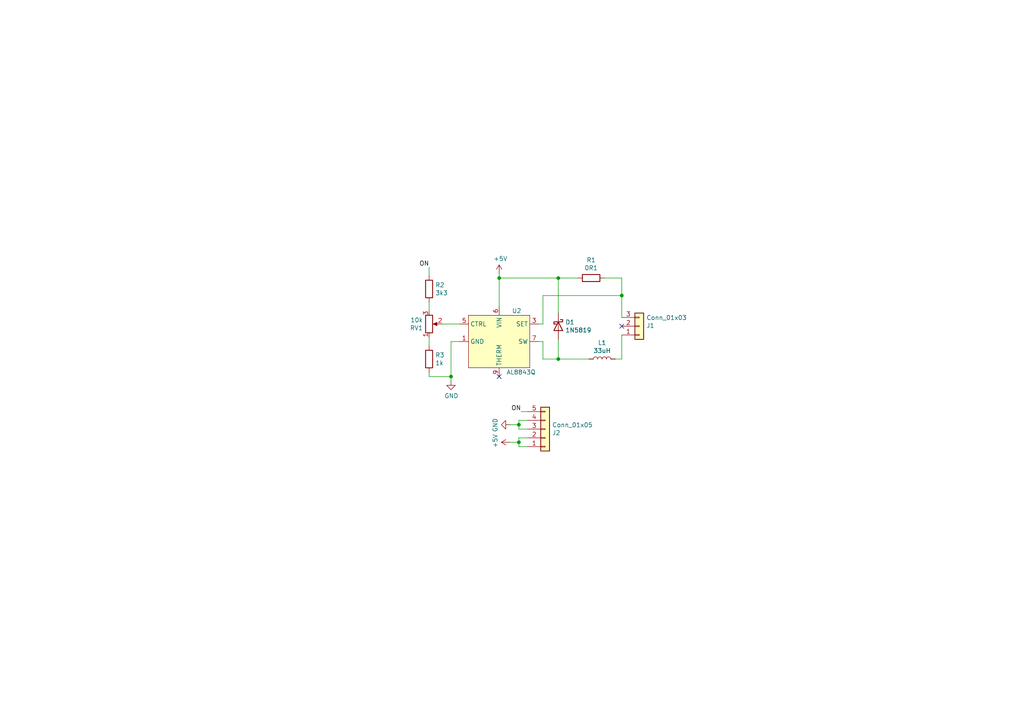
<source format=kicad_sch>
(kicad_sch (version 20200512) (host eeschema "5.99.0-unknown-ad88874~101~ubuntu20.04.1")
  (page 1 1)
  (paper "A4")
  (lib_symbols
    (symbol "Connector_Generic:Conn_01x03" (pin_names hide)
      (property "Reference" "J" (at 0 5.08 0))
      (property "Value" "Conn_01x03" (at 0 -5.08 0))
      (symbol "Conn_01x03_1_1"
        (rectangle (start -1.27 -2.413) (end 0 -2.667))
        (rectangle (start -1.27 2.667) (end 0 2.413))
        (rectangle (start -1.27 3.81) (end 1.27 -3.81) (stroke (width 0.254)) (fill (type background)))
        (rectangle (start -1.27 0.127) (end 0 -0.127))
        (pin passive line (at -5.08 2.54 0) (length 3.81) (name "Pin_1") (number "1"))
        (pin passive line (at -5.08 0 0) (length 3.81) (name "Pin_2") (number "2"))
        (pin passive line (at -5.08 -2.54 0) (length 3.81) (name "Pin_3") (number "3"))
      )
    )
    (symbol "Connector_Generic:Conn_01x05" (pin_names hide)
      (property "Reference" "J" (at 0 7.62 0))
      (property "Value" "Conn_01x05" (at 0 -7.62 0))
      (symbol "Conn_01x05_1_1"
        (rectangle (start -1.27 -4.953) (end 0 -5.207))
        (rectangle (start -1.27 -2.413) (end 0 -2.667))
        (rectangle (start -1.27 2.667) (end 0 2.413))
        (rectangle (start -1.27 5.207) (end 0 4.953))
        (rectangle (start -1.27 6.35) (end 1.27 -6.35) (stroke (width 0.254)) (fill (type background)))
        (rectangle (start -1.27 0.127) (end 0 -0.127))
        (pin passive line (at -5.08 5.08 0) (length 3.81) (name "Pin_1") (number "1"))
        (pin passive line (at -5.08 2.54 0) (length 3.81) (name "Pin_2") (number "2"))
        (pin passive line (at -5.08 0 0) (length 3.81) (name "Pin_3") (number "3"))
        (pin passive line (at -5.08 -2.54 0) (length 3.81) (name "Pin_4") (number "4"))
        (pin passive line (at -5.08 -5.08 0) (length 3.81) (name "Pin_5") (number "5"))
      )
    )
    (symbol "Device:L" (pin_numbers hide) (pin_names hide)
      (property "Reference" "L" (at -1.27 0 90))
      (property "Value" "L" (at 1.905 0 90))
      (symbol "L_0_1"
        (arc (start 0 -2.54) (end 0 -1.27) (radius (at 0 -1.905) (length 0.635) (angles -89.9 89.9)))
        (arc (start 0 -1.27) (end 0 0) (radius (at 0 -0.635) (length 0.635) (angles -89.9 89.9)))
        (arc (start 0 0) (end 0 1.27) (radius (at 0 0.635) (length 0.635) (angles -89.9 89.9)))
        (arc (start 0 1.27) (end 0 2.54) (radius (at 0 1.905) (length 0.635) (angles -89.9 89.9)))
      )
      (symbol "L_1_1"
        (pin passive line (at 0 3.81 270) (length 1.27) (name "1") (number "1"))
        (pin passive line (at 0 -3.81 90) (length 1.27) (name "2") (number "2"))
      )
    )
    (symbol "Device:R" (pin_numbers hide) (pin_names (offset 0))
      (property "Reference" "R" (at 2.032 0 90))
      (property "Value" "R" (at 0 0 90))
      (symbol "R_0_1"
        (rectangle (start -1.016 -2.54) (end 1.016 2.54) (stroke (width 0.254)))
      )
      (symbol "R_1_1"
        (pin passive line (at 0 3.81 270) (length 1.27) (name "~") (number "1"))
        (pin passive line (at 0 -3.81 90) (length 1.27) (name "~") (number "2"))
      )
    )
    (symbol "Device:R_POT" (pin_names hide)
      (property "Reference" "RV" (at -4.445 0 90))
      (property "Value" "R_POT" (at -2.54 0 90))
      (symbol "R_POT_0_1"
        (rectangle (start 1.016 2.54) (end -1.016 -2.54) (stroke (width 0.254)))
        (polyline (pts (xy 2.54 0) (xy 1.524 0)))
        (polyline (pts (xy 1.143 0) (xy 2.286 0.508) (xy 2.286 -0.508) (xy 1.143 0)) (fill (type outline)))
      )
      (symbol "R_POT_1_1"
        (pin passive line (at 0 3.81 270) (length 1.27) (name "1") (number "1"))
        (pin passive line (at 3.81 0 180) (length 1.27) (name "2") (number "2"))
        (pin passive line (at 0 -3.81 90) (length 1.27) (name "3") (number "3"))
      )
    )
    (symbol "Diode:1N5819" (pin_numbers hide) (pin_names hide)
      (property "Reference" "D" (at 0 2.54 0))
      (property "Value" "1N5819" (at 0 -2.54 0))
      (symbol "1N5819_0_1"
        (polyline (pts (xy 1.27 0) (xy -1.27 0)))
        (polyline (pts (xy 1.27 1.27) (xy 1.27 -1.27) (xy -1.27 0) (xy 1.27 1.27)) (stroke (width 0.254)))
        (polyline (pts (xy -1.905 0.635) (xy -1.905 1.27) (xy -1.27 1.27) (xy -1.27 -1.27) (xy -0.635 -1.27) (xy -0.635 -0.635)) (stroke (width 0.254)))
      )
      (symbol "1N5819_1_1"
        (pin passive line (at -3.81 0 0) (length 2.54) (name "K") (number "1"))
        (pin passive line (at 3.81 0 180) (length 2.54) (name "A") (number "2"))
      )
    )
    (symbol "JBC_DiodesInc:AL8843Q"
      (property "Reference" "U" (at 3.81 6.35 0))
      (property "Value" "AL8843Q" (at 5.08 -11.43 0))
      (symbol "AL8843Q_0_1"
        (rectangle (start -8.89 5.08) (end 8.89 -10.16) (stroke (width 0.152)) (fill (type background)))
      )
      (symbol "AL8843Q_1_1"
        (pin input line (at -11.43 -2.54 0) (length 2.54) (name "GND") (number "1"))
        (pin input line (at 11.43 2.54 180) (length 2.54) (name "SET") (number "3"))
        (pin input line (at -11.43 2.54 0) (length 2.54) (name "CTRL") (number "5"))
        (pin power_in line (at 0 7.62 270) (length 2.54) (name "VIN") (number "6"))
        (pin input line (at 11.43 -2.54 180) (length 2.54) (name "SW") (number "7"))
        (pin passive line (at 0 -12.7 90) (length 2.54) (name "THERM") (number "9"))
      )
    )
    (symbol "power:+5V" (power) (pin_names (offset 0))
      (property "Value" "+5V" (at 0 3.556 0))
      (symbol "+5V_0_1"
        (polyline (pts (xy -0.762 1.27) (xy 0 2.54)))
        (polyline (pts (xy 0 0) (xy 0 2.54)))
        (polyline (pts (xy 0 2.54) (xy 0.762 1.27)))
      )
      (symbol "+5V_1_1"
        (pin power_in line (at 0 0 90) (length 0) (name "+5V") (number "1") hide)
      )
    )
    (symbol "power:GND" (power) (pin_names (offset 0))
      (property "Value" "GND" (at 0 -3.81 0))
      (symbol "GND_0_1"
        (polyline (pts (xy 0 0) (xy 0 -1.27) (xy 1.27 -1.27) (xy 0 -2.54) (xy -1.27 -1.27) (xy 0 -1.27)))
      )
      (symbol "GND_1_1"
        (pin power_in line (at 0 0 270) (length 0) (name "GND") (number "1") hide)
      )
    )
  )
  (junction (at 130.81 109.22))
  (junction (at 144.78 80.645))
  (junction (at 150.495 123.19))
  (junction (at 150.495 128.27))
  (junction (at 161.925 80.645))
  (junction (at 161.925 104.14))
  (junction (at 180.34 85.725))
  (no_connect (at 144.78 109.22))
  (no_connect (at 180.34 94.615))
  (wire (pts (xy 124.46 77.47) (xy 124.46 80.01)))
  (wire (pts (xy 124.46 87.63) (xy 124.46 90.17)))
  (wire (pts (xy 124.46 97.79) (xy 124.46 100.33)))
  (wire (pts (xy 124.46 107.95) (xy 124.46 109.22)))
  (wire (pts (xy 124.46 109.22) (xy 130.81 109.22)))
  (wire (pts (xy 128.27 93.98) (xy 133.35 93.98)))
  (wire (pts (xy 130.81 99.06) (xy 130.81 109.22)))
  (wire (pts (xy 130.81 99.06) (xy 133.35 99.06)))
  (wire (pts (xy 130.81 109.22) (xy 130.81 110.49)))
  (wire (pts (xy 144.78 79.375) (xy 144.78 80.645)))
  (wire (pts (xy 144.78 80.645) (xy 144.78 88.9)))
  (wire (pts (xy 144.78 80.645) (xy 161.925 80.645)))
  (wire (pts (xy 147.955 123.19) (xy 150.495 123.19)))
  (wire (pts (xy 147.955 128.27) (xy 150.495 128.27)))
  (wire (pts (xy 150.495 121.92) (xy 153.035 121.92)))
  (wire (pts (xy 150.495 123.19) (xy 150.495 121.92)))
  (wire (pts (xy 150.495 124.46) (xy 150.495 123.19)))
  (wire (pts (xy 150.495 127) (xy 153.035 127)))
  (wire (pts (xy 150.495 128.27) (xy 150.495 127)))
  (wire (pts (xy 150.495 129.54) (xy 150.495 128.27)))
  (wire (pts (xy 151.13 119.38) (xy 153.035 119.38)))
  (wire (pts (xy 153.035 124.46) (xy 150.495 124.46)))
  (wire (pts (xy 153.035 129.54) (xy 150.495 129.54)))
  (wire (pts (xy 156.21 93.98) (xy 157.48 93.98)))
  (wire (pts (xy 156.21 99.06) (xy 157.48 99.06)))
  (wire (pts (xy 157.48 85.725) (xy 180.34 85.725)))
  (wire (pts (xy 157.48 93.98) (xy 157.48 85.725)))
  (wire (pts (xy 157.48 99.06) (xy 157.48 104.14)))
  (wire (pts (xy 157.48 104.14) (xy 161.925 104.14)))
  (wire (pts (xy 161.925 80.645) (xy 161.925 90.805)))
  (wire (pts (xy 161.925 98.425) (xy 161.925 104.14)))
  (wire (pts (xy 161.925 104.14) (xy 170.815 104.14)))
  (wire (pts (xy 167.64 80.645) (xy 161.925 80.645)))
  (wire (pts (xy 175.26 80.645) (xy 180.34 80.645)))
  (wire (pts (xy 178.435 104.14) (xy 180.34 104.14)))
  (wire (pts (xy 180.34 80.645) (xy 180.34 85.725)))
  (wire (pts (xy 180.34 85.725) (xy 180.34 92.075)))
  (wire (pts (xy 180.34 97.155) (xy 180.34 104.14)))
  (label "ON" (at 124.46 77.47 180))
  (label "ON" (at 151.13 119.38 180))
  (symbol (lib_id "power:+5V") (at 144.78 79.375 0) (unit 1)
    (property "Reference" "#PWR0103" (effects hide))
    (property "Value" "+5V" (at 145.1483 75.0506 0))
  )
  (symbol (lib_id "power:+5V") (at 147.955 128.27 90) (unit 1)
    (property "Reference" "#U0101" (effects hide))
    (property "Value" "+5V" (at 143.6306 127.9017 0))
  )
  (symbol (lib_id "Device:L") (at 174.625 104.14 90) (unit 1)
    (property "Reference" "L1" (at 174.625 99.4218 90))
    (property "Value" "33uH" (at 174.625 101.721 90))
    (property "Footprint" "JBC_Coilcraft:MSS6132" (effects hide))
  )
  (symbol (lib_id "power:GND") (at 130.81 110.49 0) (unit 1)
    (property "Reference" "#PWR0101" (effects hide))
    (property "Value" "GND" (at 130.9243 114.8144 0))
  )
  (symbol (lib_id "power:GND") (at 147.955 123.19 270) (unit 1)
    (property "Reference" "#PWR0102" (effects hide))
    (property "Value" "GND" (at 143.6306 123.3043 0))
  )
  (symbol (lib_id "Device:R") (at 124.46 83.82 0) (unit 1)
    (property "Reference" "R2" (at 126.2381 82.6706 0) (effects (justify left)))
    (property "Value" "3k3" (at 126.238 84.969 0) (effects (justify left)))
    (property "Footprint" "Resistor_SMD:R_0603_1608Metric" (effects hide))
  )
  (symbol (lib_id "Device:R") (at 124.46 104.14 0) (unit 1)
    (property "Reference" "R3" (at 126.2381 102.9906 0) (effects (justify left)))
    (property "Value" "1k" (at 126.238 105.289 0) (effects (justify left)))
    (property "Footprint" "Resistor_SMD:R_0603_1608Metric" (effects hide))
  )
  (symbol (lib_id "Device:R") (at 171.45 80.645 90) (unit 1)
    (property "Reference" "R1" (at 171.45 75.4188 90))
    (property "Value" "0R1" (at 171.45 77.718 90))
    (property "Footprint" "Resistor_SMD:R_1206_3216Metric" (effects hide))
  )
  (symbol (lib_id "Diode:1N5819") (at 161.925 94.615 270) (unit 1)
    (property "Reference" "D1" (at 163.9571 93.4656 90) (effects (justify left)))
    (property "Value" "1N5819" (at 163.9571 95.7643 90) (effects (justify left)))
    (property "Footprint" "Diode_SMD:D_SMA" (effects hide))
    (property "Datasheet" "http://www.vishay.com/docs/88525/1n5817.pdf" (effects hide))
  )
  (symbol (lib_id "Device:R_POT") (at 124.46 93.98 0) (mirror x) (unit 1)
    (property "Reference" "RV1" (at 122.682 95.1294 0) (effects (justify right)))
    (property "Value" "10k" (at 122.682 92.831 0) (effects (justify right)))
    (property "Footprint" "Potentiometer_SMD:Potentiometer_Bourns_TC33X_Vertical" (effects hide))
  )
  (symbol (lib_id "Connector_Generic:Conn_01x03") (at 185.42 94.615 0) (mirror x) (unit 1)
    (property "Reference" "J1" (at 187.452 94.444 0) (effects (justify left)))
    (property "Value" "Conn_01x03" (at 187.4521 92.1449 0) (effects (justify left)))
    (property "Footprint" "TerminalBlock:TerminalBlock_bornier-3_P5.08mm" (effects hide))
  )
  (symbol (lib_id "Connector_Generic:Conn_01x05") (at 158.115 124.46 0) (mirror x) (unit 1)
    (property "Reference" "J2" (at 160.1471 125.5586 0) (effects (justify left)))
    (property "Value" "Conn_01x05" (at 160.1471 123.2599 0) (effects (justify left)))
    (property "Footprint" "JBC_mechanical:PinHeader_1x05_P2.54mm_Horizontal" (effects hide))
  )
  (symbol (lib_id "JBC_DiodesInc:AL8843Q") (at 144.78 96.52 0) (unit 1)
    (property "Reference" "U2" (at 149.86 90.17 0))
    (property "Value" "AL8843Q" (at 151.13 107.95 0))
    (property "Footprint" "JBC_diodes:Diodes_SO-8EP" (effects hide))
  )
)
</source>
